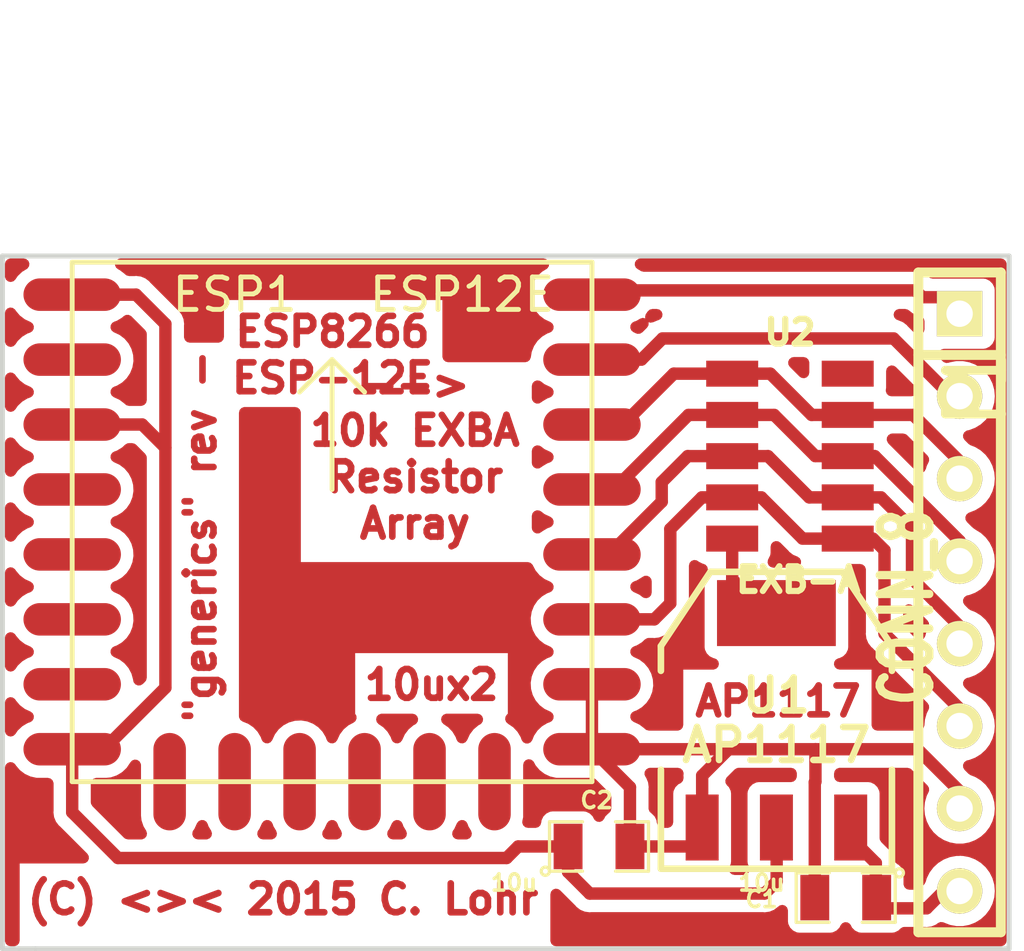
<source format=kicad_pcb>
(kicad_pcb (version 20221018) (generator pcbnew)
  (layers (0 "F.Cu" signal) (31 "B.Cu" signal) (34 "B.Paste" user) (35 "F.Paste" user) (36 "B.SilkS" user) (37 "F.SilkS" user) (38 "B.Mask" user) (39 "F.Mask" user) (44 "Edge.Cuts" user))
  (net 0 "")
  (net 1 "+3.3V")
  (net 2 "+5V")
  (net 3 "GND")
  (net 4 "GPIO0")
  (net 5 "GPIO2")
  (net 6 "GPIO4")
  (net 7 "GPIO5")
  (net 8 "N-000003")
  (net 9 "RX")
  (net 10 "TX")
  (footprint "SM0805" (layer "F.Cu") (at 90.4748 60.9092 180)
    (fp_text reference "C1" (at 2.5908 -0.0508 180) (layer "F.SilkS") (effects (font (size 0.50038 0.50038) (thickness 0.10922))))
    (fp_text value "10u" (at 2.5908 0.4572 180) (layer "F.SilkS") (effects (font (size 0.50038 0.50038) (thickness 0.10922))))
    (fp_line (start -1.524 -0.762) (end -0.508 -0.762) (stroke (width 0.09906)) (layer "F.SilkS"))
    (fp_line (start -1.524 0.762) (end -1.524 -0.762) (stroke (width 0.09906)) (layer "F.SilkS"))
    (fp_line (start -0.508 0.762) (end -1.524 0.762) (stroke (width 0.09906)) (layer "F.SilkS"))
    (fp_line (start 0.508 -0.762) (end 1.524 -0.762) (stroke (width 0.09906)) (layer "F.SilkS"))
    (fp_line (start 1.524 -0.762) (end 1.524 0.762) (stroke (width 0.09906)) (layer "F.SilkS"))
    (fp_line (start 1.524 0.762) (end 0.508 0.762) (stroke (width 0.09906)) (layer "F.SilkS"))
    (fp_circle (center -1.651 0.762) (end -1.651 0.635) (stroke (width 0.09906)) (fill none) (layer "F.SilkS"))
    (pad "1" smd rect (at -0.9525 0 180) (size 0.889 1.397) (layers "F.Cu" "F.Paste" "F.Mask") (net 2 "+5V"))
    (pad "2" smd rect (at 0.9525 0 180) (size 0.889 1.397) (layers "F.Cu" "F.Paste" "F.Mask") (net 3 "GND"))
  )
  (footprint "SM0805" (layer "F.Cu") (at 82.8802 59.3344)
    (fp_text reference "C2" (at -0.0762 -1.4224) (layer "F.SilkS") (effects (font (size 0.50038 0.50038) (thickness 0.10922))))
    (fp_text value "10u" (at -2.6162 1.1176) (layer "F.SilkS") (effects (font (size 0.50038 0.50038) (thickness 0.10922))))
    (fp_line (start -1.524 -0.762) (end -0.508 -0.762) (stroke (width 0.09906)) (layer "F.SilkS"))
    (fp_line (start -1.524 0.762) (end -1.524 -0.762) (stroke (width 0.09906)) (layer "F.SilkS"))
    (fp_line (start -0.508 0.762) (end -1.524 0.762) (stroke (width 0.09906)) (layer "F.SilkS"))
    (fp_line (start 0.508 -0.762) (end 1.524 -0.762) (stroke (width 0.09906)) (layer "F.SilkS"))
    (fp_line (start 1.524 -0.762) (end 1.524 0.762) (stroke (width 0.09906)) (layer "F.SilkS"))
    (fp_line (start 1.524 0.762) (end 0.508 0.762) (stroke (width 0.09906)) (layer "F.SilkS"))
    (fp_circle (center -1.651 0.762) (end -1.651 0.635) (stroke (width 0.09906)) (fill none) (layer "F.SilkS"))
    (pad "1" smd rect (at -0.9525 0) (size 0.889 1.397) (layers "F.Cu" "F.Paste" "F.Mask") (net 1 "+3.3V"))
    (pad "2" smd rect (at 0.9525 0) (size 0.889 1.397) (layers "F.Cu" "F.Paste" "F.Mask") (net 3 "GND"))
  )
  (footprint "SIL-8" (layer "F.Cu") (at 93.98 51.816 -90)
    (fp_text reference "P1" (at -6.604 -0.508 270) (layer "F.SilkS") (effects (font (size 1.72974 1.08712) (thickness 0.3048))))
    (fp_text value "CONN_8" (at 0.1524 1.6256 270) (layer "F.SilkS") (effects (font (size 1.524 1.016) (thickness 0.3048))))
    (fp_line (start -10.16 -1.27) (end 10.16 -1.27) (stroke (width 0.3048)) (layer "F.SilkS"))
    (fp_line (start -10.16 1.27) (end -10.16 -1.27) (stroke (width 0.3048)) (layer "F.SilkS"))
    (fp_line (start -7.62 1.27) (end -7.62 -1.27) (stroke (width 0.3048)) (layer "F.SilkS"))
    (fp_line (start 10.16 -1.27) (end 10.16 1.27) (stroke (width 0.3048)) (layer "F.SilkS"))
    (fp_line (start 10.16 1.27) (end -10.16 1.27) (stroke (width 0.3048)) (layer "F.SilkS"))
    (pad "1" thru_hole rect (at -8.89 0 270) (size 1.397 1.397) (drill 0.8128) (layers "*.Cu" "*.Mask" "F.SilkS") (net 10 "TX"))
    (pad "2" thru_hole circle (at -6.35 0 270) (size 1.397 1.397) (drill 0.8128) (layers "*.Cu" "*.Mask" "F.SilkS") (net 9 "RX"))
    (pad "3" thru_hole circle (at -3.81 0 270) (size 1.397 1.397) (drill 0.8128) (layers "*.Cu" "*.Mask" "F.SilkS") (net 7 "GPIO5"))
    (pad "4" thru_hole circle (at -1.27 0 270) (size 1.397 1.397) (drill 0.8128) (layers "*.Cu" "*.Mask" "F.SilkS") (net 6 "GPIO4"))
    (pad "5" thru_hole circle (at 1.27 0 270) (size 1.397 1.397) (drill 0.8128) (layers "*.Cu" "*.Mask" "F.SilkS") (net 4 "GPIO0"))
    (pad "6" thru_hole circle (at 3.81 0 270) (size 1.397 1.397) (drill 0.8128) (layers "*.Cu" "*.Mask" "F.SilkS") (net 5 "GPIO2"))
    (pad "7" thru_hole circle (at 6.35 0 270) (size 1.397 1.397) (drill 0.8128) (layers "*.Cu" "*.Mask" "F.SilkS") (net 3 "GND"))
    (pad "8" thru_hole circle (at 8.89 0 270) (size 1.397 1.397) (drill 0.8128) (layers "*.Cu" "*.Mask" "F.SilkS") (net 2 "+5V"))
  )
  (footprint "ESP12E" (layer "F.Cu") (at 74.6633 45.339)
    (fp_text reference "ESP1" (at -3 -3) (layer "F.SilkS"))
    (fp_text value "ESP12E" (at 4 -3) (layer "F.SilkS"))
    (fp_line (start -8 -4) (end 8 -4) (stroke (width 0.15)) (layer "F.SilkS"))
    (fp_line (start -8 12) (end -8 -4) (stroke (width 0.15)) (layer "F.SilkS"))
    (fp_line (start -8 12) (end 8 12) (stroke (width 0.15)) (layer "F.SilkS"))
    (fp_line (start 0 -1) (end -1 0) (stroke (width 0.15)) (layer "F.SilkS"))
    (fp_line (start 0 -1) (end 0 3) (stroke (width 0.15)) (layer "F.SilkS"))
    (fp_line (start 0 -1) (end 1 0) (stroke (width 0.15)) (layer "F.SilkS"))
    (fp_line (start 8 -4) (end 8 12) (stroke (width 0.15)) (layer "F.SilkS"))
    (pad "1" smd oval (at -8 -3) (size 3 1) (layers "F.Cu" "F.Paste" "F.Mask") (net 1 "+3.3V"))
    (pad "2" smd oval (at -8 -1) (size 3 1) (layers "F.Cu" "F.Paste" "F.Mask"))
    (pad "3" smd oval (at -8 1) (size 3 1) (layers "F.Cu" "F.Paste" "F.Mask") (net 1 "+3.3V"))
    (pad "4" smd oval (at -8 3) (size 3 1) (layers "F.Cu" "F.Paste" "F.Mask"))
    (pad "5" smd oval (at -8 5) (size 3 1) (layers "F.Cu" "F.Paste" "F.Mask"))
    (pad "6" smd oval (at -8 7) (size 3 1) (layers "F.Cu" "F.Paste" "F.Mask"))
    (pad "7" smd oval (at -8 9) (size 3 1) (layers "F.Cu" "F.Paste" "F.Mask"))
    (pad "8" smd oval (at -8 11) (size 3 1) (layers "F.Cu" "F.Paste" "F.Mask") (net 1 "+3.3V"))
    (pad "9" smd oval (at -5 12 90) (size 3 1) (layers "F.Cu" "F.Paste" "F.Mask"))
    (pad "10" smd oval (at -3 12 90) (size 3 1) (layers "F.Cu" "F.Paste" "F.Mask"))
    (pad "11" smd oval (at -1 12 90) (size 3 1) (layers "F.Cu" "F.Paste" "F.Mask"))
    (pad "12" smd oval (at 1 12 90) (size 3 1) (layers "F.Cu" "F.Paste" "F.Mask"))
    (pad "13" smd oval (at 3 12 90) (size 3 1) (layers "F.Cu" "F.Paste" "F.Mask"))
    (pad "14" smd oval (at 5 12 90) (size 3 1) (layers "F.Cu" "F.Paste" "F.Mask"))
    (pad "15" smd oval (at 8 11 180) (size 3 1) (layers "F.Cu" "F.Paste" "F.Mask") (net 3 "GND"))
    (pad "16" smd oval (at 8 9 180) (size 3 1) (layers "F.Cu" "F.Paste" "F.Mask") (net 3 "GND"))
    (pad "17" smd oval (at 8 7 180) (size 3 1) (layers "F.Cu" "F.Paste" "F.Mask") (net 5 "GPIO2"))
    (pad "18" smd oval (at 8 5 180) (size 3 1) (layers "F.Cu" "F.Paste" "F.Mask") (net 4 "GPIO0"))
    (pad "19" smd oval (at 8 3 180) (size 3 1) (layers "F.Cu" "F.Paste" "F.Mask") (net 6 "GPIO4"))
    (pad "20" smd oval (at 8 1 180) (size 3 1) (layers "F.Cu" "F.Paste" "F.Mask") (net 7 "GPIO5"))
    (pad "21" smd oval (at 8 -1 180) (size 3 1) (layers "F.Cu" "F.Paste" "F.Mask") (net 9 "RX"))
    (pad "22" smd oval (at 8 -3 180) (size 3 1) (layers "F.Cu" "F.Paste" "F.Mask") (net 10 "TX"))
  )
  (footprint "SOT223" (layer "F.Cu") (at 88.3412 55.4482)
    (fp_text reference "U1" (at 0 -0.762) (layer "F.SilkS") (effects (font (size 1.016 1.016) (thickness 0.2032))))
    (fp_text value "AP1117" (at 0 0.762) (layer "F.SilkS") (effects (font (size 1.016 1.016) (thickness 0.2032))))
    (fp_line (start -3.556 -2.286) (end -2.032 -4.572) (stroke (width 0.2032)) (layer "F.SilkS"))
    (fp_line (start -3.556 -1.524) (end -3.556 -2.286) (stroke (width 0.2032)) (layer "F.SilkS"))
    (fp_line (start -3.556 1.524) (end -3.556 4.572) (stroke (width 0.2032)) (layer "F.SilkS"))
    (fp_line (start -3.556 4.572) (end 3.556 4.572) (stroke (width 0.2032)) (layer "F.SilkS"))
    (fp_line (start -2.032 -4.572) (end 2.032 -4.572) (stroke (width 0.2032)) (layer "F.SilkS"))
    (fp_line (start 2.032 -4.572) (end 3.556 -2.286) (stroke (width 0.2032)) (layer "F.SilkS"))
    (fp_line (start 3.556 -2.286) (end 3.556 -1.524) (stroke (width 0.2032)) (layer "F.SilkS"))
    (fp_line (start 3.556 4.572) (end 3.556 1.524) (stroke (width 0.2032)) (layer "F.SilkS"))
    (pad "1" smd rect (at -2.286 3.302) (size 1.016 2.032) (layers "F.Cu" "F.Paste" "F.Mask") (net 3 "GND"))
    (pad "2" smd rect (at 0 3.302) (size 1.016 2.032) (layers "F.Cu" "F.Paste" "F.Mask") (net 1 "+3.3V"))
    (pad "3" smd rect (at 2.286 3.302) (size 1.016 2.032) (layers "F.Cu" "F.Paste" "F.Mask") (net 2 "+5V"))
    (pad "4" smd rect (at 0 -3.302) (size 3.6576 2.032) (layers "F.Cu" "F.Paste" "F.Mask") (net 8 "N-000003"))
  )
  (footprint "EXB-A" (layer "F.Cu") (at 88.75776 47.31258)
    (fp_text reference "U2" (at 0 -3.81) (layer "F.SilkS") (effects (font (size 0.762 0.762) (thickness 0.1905))))
    (fp_text value "EXB-A" (at 0.254 3.81) (layer "F.SilkS") (effects (font (size 0.762 0.762) (thickness 0.1905))))
    (pad "1" smd rect (at -1.778 -2.54 90) (size 0.8001 1.6002) (layers "F.Cu" "F.Paste" "F.Mask") (net 7 "GPIO5"))
    (pad "2" smd rect (at -1.778 -1.27 90) (size 0.8001 1.6002) (layers "F.Cu" "F.Paste" "F.Mask") (net 6 "GPIO4"))
    (pad "3" smd rect (at -1.778 0 90) (size 0.8001 1.6002) (layers "F.Cu" "F.Paste" "F.Mask") (net 4 "GPIO0"))
    (pad "4" smd rect (at -1.778 1.27 90) (size 0.8001 1.6002) (layers "F.Cu" "F.Paste" "F.Mask") (net 5 "GPIO2"))
    (pad "5" smd rect (at -1.778 2.54 90) (size 0.8001 1.6002) (layers "F.Cu" "F.Paste" "F.Mask") (net 8 "N-000003"))
    (pad "6" smd rect (at 1.778 2.54 90) (size 0.8001 1.6002) (layers "F.Cu" "F.Paste" "F.Mask") (net 5 "GPIO2"))
    (pad "7" smd rect (at 1.778 1.27 90) (size 0.8001 1.6002) (layers "F.Cu" "F.Paste" "F.Mask") (net 4 "GPIO0"))
    (pad "8" smd rect (at 1.778 0 90) (size 0.8001 1.6002) (layers "F.Cu" "F.Paste" "F.Mask") (net 6 "GPIO4"))
    (pad "9" smd rect (at 1.778 -1.27 90) (size 0.8001 1.6002) (layers "F.Cu" "F.Paste" "F.Mask") (net 7 "GPIO5"))
    (pad "10" smd rect (at 1.778 -2.54 90) (size 0.8001 1.6002) (layers "F.Cu" "F.Paste" "F.Mask"))
  )
  (gr_line (start 95.504 62.484) (end 65.532 62.484) (stroke (width 0.15)) (layer "Edge.Cuts"))
  (gr_line (start 64.516 62.484) (end 64.516 41.148) (stroke (width 0.15)) (layer "Edge.Cuts"))
  (gr_line (start 65.532 62.484) (end 65.024 62.484) (stroke (width 0.15)) (layer "Edge.Cuts"))
  (gr_line (start 95.504 41.148) (end 95.504 62.484) (stroke (width 0.15)) (layer "Edge.Cuts"))
  (gr_line (start 65.024 62.484) (end 64.516 62.484) (stroke (width 0.15)) (layer "Edge.Cuts"))
  (gr_line (start 64.516 41.148) (end 95.504 41.148) (stroke (width 0.15)) (layer "Edge.Cuts"))
  (gr_text "10ux2" (at 77.724 54.356) (layer "F.Cu") (effects (font (size 0.889 0.889) (thickness 0.2032))))
  (gr_text "-->\n10k EXBA\nResistor\nArray" (at 77.216 47.244) (layer "F.Cu") (effects (font (size 0.889 0.889) (thickness 0.2032))))
  (gr_text "ESP8266\nESP-12E" (at 74.676 44.196) (layer "F.Cu") (effects (font (size 0.889 0.889) (thickness 0.2032))))
  (gr_text "\"generics\" rev -" (at 70.612 49.784 90) (layer "F.Cu") (effects (font (size 0.889 0.889) (thickness 0.2032))))
  (gr_text "AP1117" (at 88.392 54.864) (layer "F.Cu") (effects (font (size 0.889 0.889) (thickness 0.2032))))
  (gr_text "(C) <>< 2015 C. Lohr" (at 73.152 60.96) (layer "F.Cu") (effects (font (size 0.889 0.889) (thickness 0.2032))))
  (segment (start 67.6384 56.339) (end 69.5325 54.4449) (width 0.381) (layer "F.Cu") (net 1))
  (segment (start 69.5325 54.4449) (end 69.5325 47.0535) (width 0.381) (layer "F.Cu") (net 1))
  (segment (start 69.5325 47.0535) (end 68.818 46.339) (width 0.381) (layer "F.Cu") (net 1))
  (segment (start 68.818 46.339) (end 66.6633 46.339) (width 0.381) (layer "F.Cu") (net 1))
  (segment (start 68.628 42.339) (end 69.5325 43.2435) (width 0.381) (layer "F.Cu") (net 1))
  (segment (start 69.5325 43.2435) (end 69.5325 47.0535) (width 0.381) (layer "F.Cu") (net 1))
  (segment (start 80.391 59.3344) (end 80.0354 59.69) (width 0.381) (layer "F.Cu") (net 1))
  (segment (start 80.0354 59.69) (end 68.072 59.69) (width 0.381) (layer "F.Cu") (net 1))
  (segment (start 68.072 59.69) (end 66.6633 58.2813) (width 0.381) (layer "F.Cu") (net 1))
  (segment (start 66.6633 58.2813) (end 66.6633 56.339) (width 0.381) (layer "F.Cu") (net 1))
  (segment (start 81.9277 60.11926) (end 82.59318 60.78474) (width 0.381) (layer "F.Cu") (net 1))
  (segment (start 82.59318 60.78474) (end 87.97798 60.78474) (width 0.381) (layer "F.Cu") (net 1))
  (segment (start 87.97798 60.78474) (end 88.34882 60.4139) (width 0.381) (layer "F.Cu") (net 1))
  (segment (start 88.34882 60.4139) (end 88.34882 59.07786) (width 0.381) (layer "F.Cu") (net 1))
  (segment (start 81.9277 59.3344) (end 81.9277 60.11926) (width 0.381) (layer "F.Cu") (net 1))
  (segment (start 66.6633 42.339) (end 68.628 42.339) (width 0.381) (layer "F.Cu") (net 1))
  (segment (start 81.9277 59.3344) (end 80.391 59.3344) (width 0.381) (layer "F.Cu") (net 1))
  (segment (start 66.6633 56.339) (end 67.6384 56.339) (width 0.381) (layer "F.Cu") (net 1))
  (segment (start 91.4019 59.84494) (end 90.63482 59.07786) (width 0.381) (layer "F.Cu") (net 2))
  (segment (start 92.964 61.2394) (end 94.0054 60.198) (width 0.381) (layer "F.Cu") (net 2))
  (segment (start 91.4019 61.2394) (end 92.964 61.2394) (width 0.381) (layer "F.Cu") (net 2))
  (segment (start 91.4019 61.2394) (end 91.4019 59.84494) (width 0.381) (layer "F.Cu") (net 2))
  (segment (start 85.80628 59.3344) (end 86.06282 59.07786) (width 0.381) (layer "F.Cu") (net 3))
  (segment (start 83.8327 57.5084) (end 82.6633 56.339) (width 0.381) (layer "F.Cu") (net 3))
  (segment (start 92.6864 56.339) (end 94.0054 57.658) (width 0.381) (layer "F.Cu") (net 3))
  (segment (start 89.5223 57.35828) (end 89.54262 57.33796) (width 0.381) (layer "F.Cu") (net 3))
  (segment (start 89.54262 57.33796) (end 89.54262 56.339) (width 0.381) (layer "F.Cu") (net 3))
  (segment (start 89.54262 56.339) (end 92.6864 56.339) (width 0.381) (layer "F.Cu") (net 3))
  (segment (start 86.0552 57.15254) (end 86.86874 56.339) (width 0.381) (layer "F.Cu") (net 3))
  (segment (start 86.86874 56.339) (end 89.54262 56.339) (width 0.381) (layer "F.Cu") (net 3))
  (segment (start 86.0552 58.7502) (end 86.0552 57.15254) (width 0.381) (layer "F.Cu") (net 3))
  (segment (start 83.8327 59.3344) (end 83.8327 57.5084) (width 0.381) (layer "F.Cu") (net 3))
  (segment (start 83.8327 59.3344) (end 85.80628 59.3344) (width 0.381) (layer "F.Cu") (net 3))
  (segment (start 82.6633 56.339) (end 82.6633 54.339) (width 0.381) (layer "F.Cu") (net 3))
  (segment (start 82.6633 56.339) (end 86.86874 56.339) (width 0.381) (layer "F.Cu") (net 3))
  (segment (start 89.5223 60.9092) (end 89.5223 57.35828) (width 0.381) (layer "F.Cu") (net 3))
  (segment (start 85.6107 47.31258) (end 84.8106 48.11268) (width 0.381) (layer "F.Cu") (net 4))
  (segment (start 84.8106 48.11268) (end 84.8106 48.7172) (width 0.381) (layer "F.Cu") (net 4))
  (segment (start 84.8106 48.7172) (end 83.1888 50.339) (width 0.381) (layer "F.Cu") (net 4))
  (segment (start 83.1888 50.339) (end 82.6633 50.339) (width 0.381) (layer "F.Cu") (net 4))
  (segment (start 88.08212 47.31258) (end 89.35212 48.58258) (width 0.381) (layer "F.Cu") (net 4))
  (segment (start 89.35212 48.58258) (end 90.53576 48.58258) (width 0.381) (layer "F.Cu") (net 4))
  (segment (start 91.55938 48.58258) (end 92.51442 49.53762) (width 0.381) (layer "F.Cu") (net 4))
  (segment (start 92.51442 49.53762) (end 92.51442 51.08702) (width 0.381) (layer "F.Cu") (net 4))
  (segment (start 92.51442 51.08702) (end 94.0054 52.578) (width 0.381) (layer "F.Cu") (net 4))
  (segment (start 86.97976 47.31258) (end 88.08212 47.31258) (width 0.381) (layer "F.Cu") (net 4))
  (segment (start 86.97976 47.31258) (end 85.6107 47.31258) (width 0.381) (layer "F.Cu") (net 4))
  (segment (start 90.53576 48.58258) (end 91.55938 48.58258) (width 0.381) (layer "F.Cu") (net 4))
  (segment (start 86.04758 48.58258) (end 85.07476 49.5554) (width 0.381) (layer "F.Cu") (net 5))
  (segment (start 85.07476 49.5554) (end 85.07476 51.84648) (width 0.381) (layer "F.Cu") (net 5))
  (segment (start 85.07476 51.84648) (end 84.58224 52.339) (width 0.381) (layer "F.Cu") (net 5))
  (segment (start 84.58224 52.339) (end 82.6633 52.339) (width 0.381) (layer "F.Cu") (net 5))
  (segment (start 87.87638 48.58258) (end 89.14638 49.85258) (width 0.381) (layer "F.Cu") (net 5))
  (segment (start 89.14638 49.85258) (end 90.53576 49.85258) (width 0.381) (layer "F.Cu") (net 5))
  (segment (start 91.31046 49.85258) (end 91.6686 50.21072) (width 0.381) (layer "F.Cu") (net 5))
  (segment (start 91.6686 50.21072) (end 91.6686 52.7812) (width 0.381) (layer "F.Cu") (net 5))
  (segment (start 91.6686 52.7812) (end 94.0054 55.118) (width 0.381) (layer "F.Cu") (net 5))
  (segment (start 90.53576 49.85258) (end 91.31046 49.85258) (width 0.381) (layer "F.Cu") (net 5))
  (segment (start 86.97976 48.58258) (end 87.87638 48.58258) (width 0.381) (layer "F.Cu") (net 5))
  (segment (start 86.97976 48.58258) (end 86.04758 48.58258) (width 0.381) (layer "F.Cu") (net 5))
  (segment (start 85.6361 46.04258) (end 83.33968 48.339) (width 0.381) (layer "F.Cu") (net 6))
  (segment (start 83.33968 48.339) (end 82.6633 48.339) (width 0.381) (layer "F.Cu") (net 6))
  (segment (start 88.27008 46.04258) (end 89.54008 47.31258) (width 0.381) (layer "F.Cu") (net 6))
  (segment (start 89.54008 47.31258) (end 90.53576 47.31258) (width 0.381) (layer "F.Cu") (net 6))
  (segment (start 93.98 49.925566) (end 91.367014 47.31258) (width 0.381) (layer "F.Cu") (net 6))
  (segment (start 91.367014 47.31258) (end 90.53576 47.31258) (width 0.381) (layer "F.Cu") (net 6))
  (segment (start 86.97976 46.04258) (end 88.27008 46.04258) (width 0.381) (layer "F.Cu") (net 6))
  (segment (start 86.97976 46.04258) (end 85.6361 46.04258) (width 0.381) (layer "F.Cu") (net 6))
  (segment (start 93.98 50.546) (end 93.98 49.925566) (width 0.381) (layer "F.Cu") (net 6))
  (segment (start 85.18144 44.77258) (end 83.61502 46.339) (width 0.381) (layer "F.Cu") (net 7))
  (segment (start 83.61502 46.339) (end 82.6633 46.339) (width 0.381) (layer "F.Cu") (net 7))
  (segment (start 88.15324 44.77258) (end 89.42324 46.04258) (width 0.381) (layer "F.Cu") (net 7))
  (segment (start 89.42324 46.04258) (end 90.53576 46.04258) (width 0.381) (layer "F.Cu") (net 7))
  (segment (start 92.54998 46.04258) (end 94.0054 47.498) (width 0.381) (layer "F.Cu") (net 7))
  (segment (start 86.97976 44.77258) (end 88.15324 44.77258) (width 0.381) (layer "F.Cu") (net 7))
  (segment (start 86.97976 44.77258) (end 85.18144 44.77258) (width 0.381) (layer "F.Cu") (net 7))
  (segment (start 90.53576 46.04258) (end 92.54998 46.04258) (width 0.381) (layer "F.Cu") (net 7))
  (segment (start 86.97976 51.1048) (end 88.34882 52.47386) (width 0.381) (layer "F.Cu") (net 8))
  (segment (start 86.97976 49.85258) (end 86.97976 51.1048) (width 0.381) (layer "F.Cu") (net 8))
  (segment (start 93.726 45.466) (end 91.948 43.688) (width 0.381) (layer "F.Cu") (net 9))
  (segment (start 91.948 43.688) (end 84.836 43.688) (width 0.381) (layer "F.Cu") (net 9))
  (segment (start 84.836 43.688) (end 84.185 44.339) (width 0.381) (layer "F.Cu") (net 9))
  (segment (start 84.185 44.339) (end 82.6633 44.339) (width 0.381) (layer "F.Cu") (net 9))
  (segment (start 93.98 45.466) (end 93.726 45.466) (width 0.381) (layer "F.Cu") (net 9))
  (segment (start 92.83192 42.418) (end 92.6211 42.20718) (width 0.381) (layer "F.Cu") (net 10))
  (segment (start 92.6211 42.20718) (end 82.79512 42.20718) (width 0.381) (layer "F.Cu") (net 10))
  (segment (start 82.79512 42.20718) (end 82.6633 42.339) (width 0.381) (layer "F.Cu") (net 10))
  (segment (start 94.0054 42.418) (end 92.83192 42.418) (width 0.381) (layer "F.Cu") (net 10))
  (zone (net 0) (net_name "") (layer "F.Cu") (connect_pads (clearance 0.3556)) (min_thickness 0.3556) (fill yes (thermal_gap 0.508) (thermal_bridge_width 0.508))
    (polygon (pts (xy 95.504 62.484) (xy 95.504 41.148) (xy 64.516 41.148) (xy 64.516 62.484) (xy 65.024 62.484)))
  )
)
</source>
